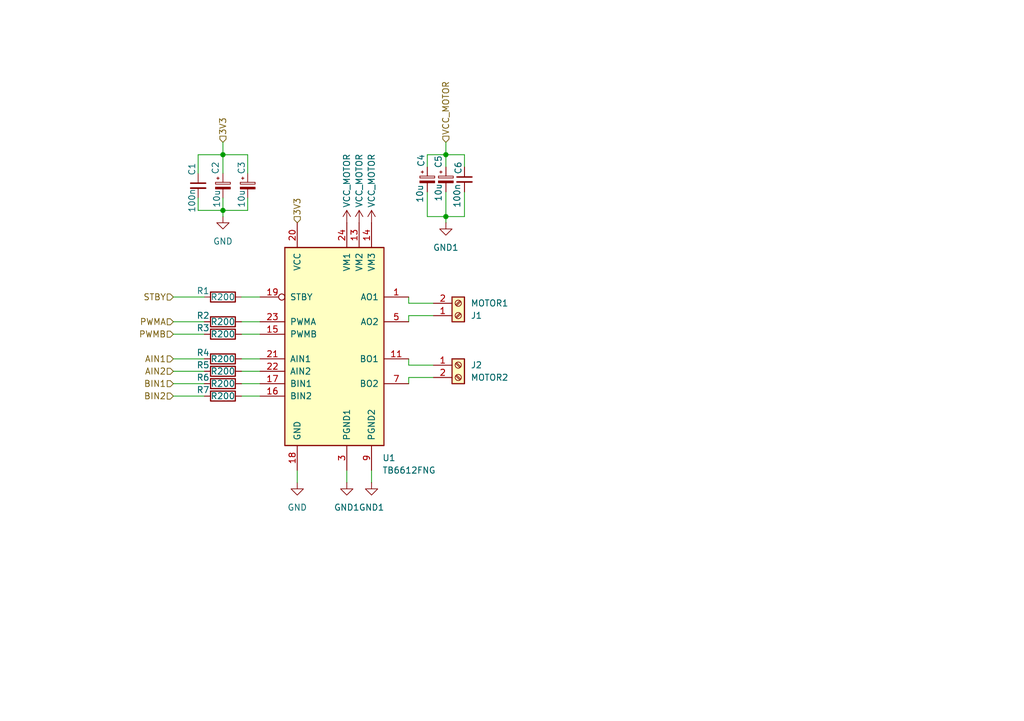
<source format=kicad_sch>
(kicad_sch (version 20231120) (generator "eeschema") (generator_version "8.0")
  (paper "A5")
  (title_block (title "Motor driver board") (date "2024-11-26") (rev "v0.1") (company "Intergalaktik d.o.o."))
  (lib_symbols
    (symbol "Connector:Screw_Terminal_01x02" (pin_names (offset 1.016) hide)
      (property "Reference" "J" (at 0 2.54 0))
      (property "Value" "Screw_Terminal_01x02" (at 0 -5.08 0))
      (symbol "Screw_Terminal_01x02_1_1"
        (rectangle (start -1.27 1.27) (end 1.27 -3.81) (stroke (width 0.254)) (fill (type background)))
        (circle (center 0 -2.54) (radius 0.635) (stroke (width 0.1524)))
        (polyline (pts (xy -0.5334 -2.2098) (xy 0.3302 -3.048)) (stroke (width 0.1524)))
        (polyline (pts (xy -0.5334 0.3302) (xy 0.3302 -0.508)) (stroke (width 0.1524)))
        (polyline (pts (xy -0.3556 -2.032) (xy 0.508 -2.8702)) (stroke (width 0.1524)))
        (polyline (pts (xy -0.3556 0.508) (xy 0.508 -0.3302)) (stroke (width 0.1524)))
        (circle (center 0 0) (radius 0.635) (stroke (width 0.1524)))
        (pin passive line (at -5.08 0 0) (length 3.81) (name "Pin_1") (number "1"))
        (pin passive line (at -5.08 -2.54 0) (length 3.81) (name "Pin_2") (number "2"))
      )
    )
    (symbol "Device:C_Polarized_Small" (pin_numbers hide) (pin_names (offset 0.254) hide)
      (property "Reference" "C" (at 0.254 1.778 0))
      (property "Value" "C_Polarized_Small" (at 0.254 -2.032 0))
      (symbol "C_Polarized_Small_0_1"
        (rectangle (start -1.524 -0.3048) (end 1.524 -0.6858) (fill (type outline)))
        (rectangle (start -1.524 0.6858) (end 1.524 0.3048))
        (polyline (pts (xy -1.27 1.524) (xy -0.762 1.524)))
        (polyline (pts (xy -1.016 1.27) (xy -1.016 1.778)))
      )
      (symbol "C_Polarized_Small_1_1"
        (pin passive line (at 0 2.54 270) (length 1.8542) (name "~") (number "1"))
        (pin passive line (at 0 -2.54 90) (length 1.8542) (name "~") (number "2"))
      )
    )
    (symbol "Device:C_Small" (pin_numbers hide) (pin_names (offset 0.254) hide)
      (property "Reference" "C" (at 0.254 1.778 0))
      (property "Value" "C_Small" (at 0.254 -2.032 0))
      (symbol "C_Small_0_1"
        (polyline (pts (xy -1.524 -0.508) (xy 1.524 -0.508)) (stroke (width 0.3302)))
        (polyline (pts (xy -1.524 0.508) (xy 1.524 0.508)) (stroke (width 0.3048)))
      )
      (symbol "C_Small_1_1"
        (pin passive line (at 0 2.54 270) (length 2.032) (name "~") (number "1"))
        (pin passive line (at 0 -2.54 90) (length 2.032) (name "~") (number "2"))
      )
    )
    (symbol "Device:R" (pin_numbers hide) (pin_names (offset 0))
      (property "Reference" "R" (at 2.032 0 90))
      (property "Value" "R" (at 0 0 90))
      (symbol "R_0_1"
        (rectangle (start -1.016 -2.54) (end 1.016 2.54) (stroke (width 0.254)))
      )
      (symbol "R_1_1"
        (pin passive line (at 0 3.81 270) (length 1.27) (name "~") (number "1"))
        (pin passive line (at 0 -3.81 90) (length 1.27) (name "~") (number "2"))
      )
    )
    (symbol "Driver_Motor:TB6612FNG" (pin_names (offset 1.016))
      (property "Reference" "U" (at 11.43 17.78 0))
      (property "Value" "TB6612FNG" (at 11.43 15.24 0))
      (symbol "TB6612FNG_0_1"
        (rectangle (start -10.16 20.32) (end 10.16 -20.32) (stroke (width 0.254)) (fill (type background)))
      )
      (symbol "TB6612FNG_1_1"
        (pin output line (at 15.24 10.16 180) (length 5.08) (name "AO1") (number "1"))
        (pin passive line (at 7.62 -25.4 90) (length 5.08) hide (name "PGND2") (number "10"))
        (pin output line (at 15.24 -2.54 180) (length 5.08) (name "BO1") (number "11"))
        (pin passive line (at 15.24 -2.54 180) (length 5.08) hide (name "BO1") (number "12"))
        (pin power_in line (at 5.08 25.4 270) (length 5.08) (name "VM2") (number "13"))
        (pin power_in line (at 7.62 25.4 270) (length 5.08) (name "VM3") (number "14"))
        (pin input line (at -15.24 2.54 0) (length 5.08) (name "PWMB") (number "15"))
        (pin input line (at -15.24 -10.16 0) (length 5.08) (name "BIN2") (number "16"))
        (pin input line (at -15.24 -7.62 0) (length 5.08) (name "BIN1") (number "17"))
        (pin power_in line (at -7.62 -25.4 90) (length 5.08) (name "GND") (number "18"))
        (pin input inverted (at -15.24 10.16 0) (length 5.08) (name "STBY") (number "19"))
        (pin passive line (at 15.24 10.16 180) (length 5.08) hide (name "AO1") (number "2"))
        (pin power_in line (at -7.62 25.4 270) (length 5.08) (name "VCC") (number "20"))
        (pin input line (at -15.24 -2.54 0) (length 5.08) (name "AIN1") (number "21"))
        (pin input line (at -15.24 -5.08 0) (length 5.08) (name "AIN2") (number "22"))
        (pin input line (at -15.24 5.08 0) (length 5.08) (name "PWMA") (number "23"))
        (pin power_in line (at 2.54 25.4 270) (length 5.08) (name "VM1") (number "24"))
        (pin power_in line (at 2.54 -25.4 90) (length 5.08) (name "PGND1") (number "3"))
        (pin passive line (at 2.54 -25.4 90) (length 5.08) hide (name "PGND1") (number "4"))
        (pin output line (at 15.24 5.08 180) (length 5.08) (name "AO2") (number "5"))
        (pin passive line (at 15.24 5.08 180) (length 5.08) hide (name "AO2") (number "6"))
        (pin output line (at 15.24 -7.62 180) (length 5.08) (name "BO2") (number "7"))
        (pin passive line (at 15.24 -7.62 180) (length 5.08) hide (name "BO2") (number "8"))
        (pin power_in line (at 7.62 -25.4 90) (length 5.08) (name "PGND2") (number "9"))
      )
    )
    (symbol "power:GND" (power) (pin_numbers hide) (pin_names (offset 0) hide)
      (property "Value" "GND" (at 0 -3.81 0))
      (symbol "GND_0_1"
        (polyline (pts (xy 0 0) (xy 0 -1.27) (xy 1.27 -1.27) (xy 0 -2.54) (xy -1.27 -1.27) (xy 0 -1.27)))
      )
      (symbol "GND_1_1"
        (pin power_in line (at 0 0 270) (length 0) (name "~") (number "1"))
      )
    )
    (symbol "power:GND1" (power) (pin_numbers hide) (pin_names (offset 0) hide)
      (property "Value" "GND1" (at 0 -3.81 0))
      (symbol "GND1_0_1"
        (polyline (pts (xy 0 0) (xy 0 -1.27) (xy 1.27 -1.27) (xy 0 -2.54) (xy -1.27 -1.27) (xy 0 -1.27)))
      )
      (symbol "GND1_1_1"
        (pin power_in line (at 0 0 270) (length 0) (name "~") (number "1"))
      )
    )
    (symbol "power:VCC" (power) (pin_numbers hide) (pin_names (offset 0) hide)
      (property "Value" "VCC" (at 0 3.556 0))
      (symbol "VCC_0_1"
        (polyline (pts (xy -0.762 1.27) (xy 0 2.54)))
        (polyline (pts (xy 0 0) (xy 0 2.54)))
        (polyline (pts (xy 0 2.54) (xy 0.762 1.27)))
      )
      (symbol "VCC_1_1"
        (pin power_in line (at 0 0 90) (length 0) (name "~") (number "1"))
      )
    )
  )
  (junction (at 45.72 43.18))
  (junction (at 91.44 31.75))
  (junction (at 45.72 31.75))
  (junction (at 91.44 44.45))
  (wire (pts (xy 35.56 68.58) (xy 41.91 68.58)))
  (wire (pts (xy 83.82 74.93) (xy 88.9 74.93)))
  (wire (pts (xy 40.64 40.64) (xy 40.64 43.18)))
  (wire (pts (xy 35.56 60.96) (xy 41.91 60.96)))
  (wire (pts (xy 45.72 43.18) (xy 45.72 44.45)))
  (wire (pts (xy 49.53 78.74) (xy 53.34 78.74)))
  (wire (pts (xy 91.44 45.72) (xy 91.44 44.45)))
  (wire (pts (xy 91.44 31.75) (xy 95.25 31.75)))
  (wire (pts (xy 35.56 66.04) (xy 41.91 66.04)))
  (wire (pts (xy 91.44 39.37) (xy 91.44 44.45)))
  (wire (pts (xy 40.64 43.18) (xy 45.72 43.18)))
  (wire (pts (xy 45.72 40.64) (xy 45.72 43.18)))
  (wire (pts (xy 83.82 66.04) (xy 83.82 64.77)))
  (wire (pts (xy 35.56 81.28) (xy 41.91 81.28)))
  (wire (pts (xy 49.53 81.28) (xy 53.34 81.28)))
  (wire (pts (xy 87.63 44.45) (xy 91.44 44.45)))
  (wire (pts (xy 50.8 40.64) (xy 50.8 43.18)))
  (wire (pts (xy 87.63 34.29) (xy 87.63 31.75)))
  (wire (pts (xy 35.56 76.2) (xy 41.91 76.2)))
  (wire (pts (xy 45.72 29.21) (xy 45.72 31.75)))
  (wire (pts (xy 49.53 73.66) (xy 53.34 73.66)))
  (wire (pts (xy 45.72 43.18) (xy 50.8 43.18)))
  (wire (pts (xy 40.64 31.75) (xy 45.72 31.75)))
  (wire (pts (xy 45.72 31.75) (xy 45.72 35.56)))
  (wire (pts (xy 50.8 31.75) (xy 50.8 35.56)))
  (wire (pts (xy 49.53 76.2) (xy 53.34 76.2)))
  (wire (pts (xy 83.82 62.23) (xy 88.9 62.23)))
  (wire (pts (xy 35.56 78.74) (xy 41.91 78.74)))
  (wire (pts (xy 95.25 31.75) (xy 95.25 34.29)))
  (wire (pts (xy 95.25 39.37) (xy 95.25 44.45)))
  (wire (pts (xy 87.63 39.37) (xy 87.63 44.45)))
  (wire (pts (xy 83.82 73.66) (xy 83.82 74.93)))
  (wire (pts (xy 49.53 60.96) (xy 53.34 60.96)))
  (wire (pts (xy 45.72 31.75) (xy 50.8 31.75)))
  (wire (pts (xy 83.82 78.74) (xy 83.82 77.47)))
  (wire (pts (xy 83.82 64.77) (xy 88.9 64.77)))
  (wire (pts (xy 91.44 31.75) (xy 91.44 34.29)))
  (wire (pts (xy 83.82 77.47) (xy 88.9 77.47)))
  (wire (pts (xy 49.53 68.58) (xy 53.34 68.58)))
  (wire (pts (xy 49.53 66.04) (xy 53.34 66.04)))
  (wire (pts (xy 60.96 96.52) (xy 60.96 99.06)))
  (wire (pts (xy 95.25 44.45) (xy 91.44 44.45)))
  (wire (pts (xy 76.2 96.52) (xy 76.2 99.06)))
  (wire (pts (xy 71.12 96.52) (xy 71.12 99.06)))
  (wire (pts (xy 35.56 73.66) (xy 41.91 73.66)))
  (wire (pts (xy 83.82 60.96) (xy 83.82 62.23)))
  (wire (pts (xy 40.64 35.56) (xy 40.64 31.75)))
  (wire (pts (xy 87.63 31.75) (xy 91.44 31.75)))
  (wire (pts (xy 91.44 29.21) (xy 91.44 31.75)))
  (hierarchical_label "PWMB" (shape input) (at 35.56 68.58 180))
  (hierarchical_label "AIN2" (shape input) (at 35.56 76.2 180))
  (hierarchical_label "BIN2" (shape input) (at 35.56 81.28 180))
  (hierarchical_label "BIN1" (shape input) (at 35.56 78.74 180))
  (hierarchical_label "VCC_MOTOR" (shape input) (at 91.44 29.21 90))
  (hierarchical_label "PWMA" (shape input) (at 35.56 66.04 180))
  (hierarchical_label "3V3" (shape input) (at 60.96 45.72 90))
  (hierarchical_label "AIN1" (shape input) (at 35.56 73.66 180))
  (hierarchical_label "3V3" (shape input) (at 45.72 29.21 90))
  (hierarchical_label "STBY" (shape input) (at 35.56 60.96 180))
  (symbol (lib_id "power:GND1") (at 91.44 45.72 0) (unit 1)
    (property "Reference" "#PWR011" (effects (hide yes)))
    (property "Value" "GND1" (at 91.44 50.8 0))
    (property "Description" "Power symbol creates a global label with name \"GND1\" , ground" (effects (hide yes)))
    (instances (project "pwrIO" (path "" (reference "#PWR011") (unit 1)) (path "" (reference "#PWR024") (unit 1))))
  )
  (symbol (lib_id "power:VCC") (at 71.12 45.72 0) (unit 1)
    (property "Reference" "#PWR08" (effects (hide yes)))
    (property "Value" "VCC_MOTOR" (at 71.12 37.084 90))
    (property "Description" "Power symbol creates a global label with name \"VCC\"" (effects (hide yes)))
    (instances (project "pwrIO" (path "" (reference "#PWR08") (unit 1)) (path "" (reference "#PWR016") (unit 1))))
  )
  (symbol (lib_id "Device:C_Small") (at 95.25 36.83 0) (unit 1)
    (property "Reference" "C6" (at 93.98 35.814 90) (effects (justify left)))
    (property "Value" "100n" (at 93.726 42.672 90) (effects (justify left)))
    (property "Footprint" "Capacitor_SMD:C_0402_1005Metric" (effects (hide yes)))
    (property "Description" "Unpolarized capacitor, small symbol" (effects (hide yes)))
    (instances (project "pwrIO" (path "" (reference "C6") (unit 1)) (path "" (reference "C12") (unit 1))))
  )
  (symbol (lib_id "Driver_Motor:TB6612FNG") (at 68.58 71.12 0) (unit 1)
    (property "Reference" "U1" (at 78.3941 93.98 0) (effects (justify left)))
    (property "Value" "TB6612FNG" (at 78.3941 96.52 0) (effects (justify left)))
    (property "Footprint" "Package_SO:SSOP-24_5.3x8.2mm_P0.65mm" (effects (hide yes)))
    (property "Datasheet" "https://toshiba.semicon-storage.com/us/product/linear/motordriver/detail.TB6612FNG.html" (effects (hide yes)))
    (property "Description" "Driver IC for Dual DC motor, SSOP-24" (effects (hide yes)))
    (instances (project "pwrIO" (path "" (reference "U1") (unit 1)) (path "" (reference "U2") (unit 1))))
  )
  (symbol (lib_id "Device:R") (at 45.72 68.58 90) (unit 1)
    (property "Reference" "R3" (at 41.656 67.31 90))
    (property "Value" "R200" (at 45.72 68.58 90))
    (property "Footprint" "Resistor_SMD:R_0402_1005Metric" (effects (hide yes)))
    (property "Description" "Resistor" (effects (hide yes)))
    (instances (project "pwrIO" (path "" (reference "R3") (unit 1)) (path "" (reference "R10") (unit 1))))
  )
  (symbol (lib_id "Device:R") (at 45.72 81.28 90) (unit 1)
    (property "Reference" "R7" (at 41.656 80.01 90))
    (property "Value" "R200" (at 45.72 81.28 90))
    (property "Footprint" "Resistor_SMD:R_0402_1005Metric" (effects (hide yes)))
    (property "Description" "Resistor" (effects (hide yes)))
    (instances (project "pwrIO" (path "" (reference "R7") (unit 1)) (path "" (reference "R14") (unit 1))))
  )
  (symbol (lib_id "power:VCC") (at 73.66 45.72 0) (unit 1)
    (property "Reference" "#PWR02" (effects (hide yes)))
    (property "Value" "VCC_MOTOR" (at 73.66 37.084 90))
    (property "Description" "Power symbol creates a global label with name \"VCC\"" (effects (hide yes)))
    (instances (project "pwrIO" (path "" (reference "#PWR02") (unit 1)) (path "" (reference "#PWR018") (unit 1))))
  )
  (symbol (lib_id "Device:R") (at 45.72 78.74 90) (unit 1)
    (property "Reference" "R6" (at 41.656 77.47 90))
    (property "Value" "R200" (at 45.72 78.74 90))
    (property "Footprint" "Resistor_SMD:R_0402_1005Metric" (effects (hide yes)))
    (property "Description" "Resistor" (effects (hide yes)))
    (instances (project "pwrIO" (path "" (reference "R6") (unit 1)) (path "" (reference "R13") (unit 1))))
  )
  (symbol (lib_id "Connector:Screw_Terminal_01x02") (at 93.98 74.93 0) (unit 1)
    (property "Reference" "J2" (at 96.52 74.9299 0) (effects (justify left)))
    (property "Value" "MOTOR2" (at 96.52 77.4699 0) (effects (justify left)))
    (property "Footprint" "TerminalBlock_Phoenix:TerminalBlock_Phoenix_MPT-0,5-2-2.54_1x02_P2.54mm_Horizontal" (effects (hide yes)))
    (property "Description" "Generic screw terminal, single row, 01x02, script generated (kicad-library-utils/schlib/autogen/connector/)" (effects (hide yes)))
    (instances (project "pwrIO" (path "" (reference "J2") (unit 1)) (path "" (reference "J5") (unit 1))))
  )
  (symbol (lib_id "Device:R") (at 45.72 66.04 90) (unit 1)
    (property "Reference" "R2" (at 41.656 64.77 90))
    (property "Value" "R200" (at 45.72 66.04 90))
    (property "Footprint" "Resistor_SMD:R_0402_1005Metric" (effects (hide yes)))
    (property "Description" "Resistor" (effects (hide yes)))
    (instances (project "pwrIO" (path "" (reference "R2") (unit 1)) (path "" (reference "R9") (unit 1))))
  )
  (symbol (lib_id "power:GND") (at 45.72 44.45 0) (unit 1)
    (property "Reference" "#PWR06" (effects (hide yes)))
    (property "Value" "GND" (at 45.72 49.53 0))
    (property "Description" "Power symbol creates a global label with name \"GND\" , ground" (effects (hide yes)))
    (instances (project "pwrIO" (path "" (reference "#PWR06") (unit 1)) (path "" (reference "#PWR022") (unit 1))))
  )
  (symbol (lib_id "Device:C_Small") (at 40.64 38.1 0) (unit 1)
    (property "Reference" "C1" (at 39.37 36.068 90) (effects (justify left)))
    (property "Value" "100n" (at 39.37 43.688 90) (effects (justify left)))
    (property "Footprint" "Capacitor_SMD:C_0402_1005Metric" (effects (hide yes)))
    (property "Description" "Unpolarized capacitor, small symbol" (effects (hide yes)))
    (instances (project "pwrIO" (path "" (reference "C1") (unit 1)) (path "" (reference "C7") (unit 1))))
  )
  (symbol (lib_id "power:GND1") (at 76.2 99.06 0) (unit 1)
    (property "Reference" "#PWR05" (effects (hide yes)))
    (property "Value" "GND1" (at 76.2 104.14 0))
    (property "Description" "Power symbol creates a global label with name \"GND1\" , ground" (effects (hide yes)))
    (instances (project "pwrIO" (path "" (reference "#PWR05") (unit 1)) (path "" (reference "#PWR020") (unit 1))))
  )
  (symbol (lib_id "power:VCC") (at 76.2 45.72 0) (unit 1)
    (property "Reference" "#PWR09" (effects (hide yes)))
    (property "Value" "VCC_MOTOR" (at 76.2 37.084 90))
    (property "Description" "Power symbol creates a global label with name \"VCC\"" (effects (hide yes)))
    (instances (project "pwrIO" (path "" (reference "#PWR09") (unit 1)) (path "" (reference "#PWR019") (unit 1))))
  )
  (symbol (lib_id "Connector:Screw_Terminal_01x02") (at 93.98 64.77 0) (mirror x) (unit 1)
    (property "Reference" "J1" (at 96.52 64.7701 0) (effects (justify left)))
    (property "Value" "MOTOR1" (at 96.52 62.2301 0) (effects (justify left)))
    (property "Footprint" "TerminalBlock_Phoenix:TerminalBlock_Phoenix_MPT-0,5-2-2.54_1x02_P2.54mm_Horizontal" (effects (hide yes)))
    (property "Description" "Generic screw terminal, single row, 01x02, script generated (kicad-library-utils/schlib/autogen/connector/)" (effects (hide yes)))
    (instances (project "pwrIO" (path "" (reference "J1") (unit 1)) (path "" (reference "J4") (unit 1))))
  )
  (symbol (lib_id "Device:C_Polarized_Small") (at 45.72 38.1 0) (unit 1)
    (property "Reference" "C2" (at 44.196 35.814 90) (effects (justify left)))
    (property "Value" "10u" (at 44.45 42.672 90) (effects (justify left)))
    (property "Footprint" "Capacitor_Tantalum_SMD:CP_EIA-3216-18_Kemet-A" (effects (hide yes)))
    (property "Description" "Polarized capacitor, small symbol" (effects (hide yes)))
    (instances (project "pwrIO" (path "" (reference "C2") (unit 1)) (path "" (reference "C8") (unit 1))))
  )
  (symbol (lib_id "Device:C_Polarized_Small") (at 91.44 36.83 0) (unit 1)
    (property "Reference" "C5" (at 89.916 34.544 90) (effects (justify left)))
    (property "Value" "10u" (at 89.916 41.402 90) (effects (justify left)))
    (property "Footprint" "Capacitor_Tantalum_SMD:CP_EIA-3216-18_Kemet-A" (effects (hide yes)))
    (property "Description" "Polarized capacitor, small symbol" (effects (hide yes)))
    (instances (project "pwrIO" (path "" (reference "C5") (unit 1)) (path "" (reference "C11") (unit 1))))
  )
  (symbol (lib_id "Device:R") (at 45.72 60.96 90) (unit 1)
    (property "Reference" "R1" (at 41.656 59.69 90))
    (property "Value" "R200" (at 45.72 60.96 90))
    (property "Footprint" "Resistor_SMD:R_0402_1005Metric" (effects (hide yes)))
    (property "Description" "Resistor" (effects (hide yes)))
    (instances (project "pwrIO" (path "" (reference "R1") (unit 1)) (path "" (reference "R8") (unit 1))))
  )
  (symbol (lib_id "power:GND1") (at 71.12 99.06 0) (unit 1)
    (property "Reference" "#PWR017" (effects (hide yes)))
    (property "Value" "GND1" (at 71.12 104.14 0))
    (property "Description" "Power symbol creates a global label with name \"GND1\" , ground" (effects (hide yes)))
    (instances (project "" (path "" (reference "#PWR017") (unit 1)) (path "" (reference "#PWR0101") (unit 1))))
  )
  (symbol (lib_id "Device:C_Polarized_Small") (at 50.8 38.1 0) (unit 1)
    (property "Reference" "C3" (at 49.53 35.814 90) (effects (justify left)))
    (property "Value" "10u" (at 49.53 42.672 90) (effects (justify left)))
    (property "Footprint" "Capacitor_Tantalum_SMD:CP_EIA-3216-18_Kemet-A" (effects (hide yes)))
    (property "Description" "Polarized capacitor, small symbol" (effects (hide yes)))
    (instances (project "pwrIO" (path "" (reference "C3") (unit 1)) (path "" (reference "C9") (unit 1))))
  )
  (symbol (lib_id "power:GND") (at 60.96 99.06 0) (unit 1)
    (property "Reference" "#PWR015" (effects (hide yes)))
    (property "Value" "GND" (at 60.96 104.14 0))
    (property "Description" "Power symbol creates a global label with name \"GND\" , ground" (effects (hide yes)))
    (instances (project "" (path "" (reference "#PWR015") (unit 1)) (path "" (reference "#PWR0102") (unit 1))))
  )
  (symbol (lib_id "Device:R") (at 45.72 73.66 90) (unit 1)
    (property "Reference" "R4" (at 41.656 72.39 90))
    (property "Value" "R200" (at 45.72 73.66 90))
    (property "Footprint" "Resistor_SMD:R_0402_1005Metric" (effects (hide yes)))
    (property "Description" "Resistor" (effects (hide yes)))
    (instances (project "pwrIO" (path "" (reference "R4") (unit 1)) (path "" (reference "R11") (unit 1))))
  )
  (symbol (lib_id "Device:R") (at 45.72 76.2 90) (unit 1)
    (property "Reference" "R5" (at 41.656 74.93 90))
    (property "Value" "R200" (at 45.72 76.2 90))
    (property "Footprint" "Resistor_SMD:R_0402_1005Metric" (effects (hide yes)))
    (property "Description" "Resistor" (effects (hide yes)))
    (instances (project "pwrIO" (path "" (reference "R5") (unit 1)) (path "" (reference "R12") (unit 1))))
  )
  (symbol (lib_id "Device:C_Polarized_Small") (at 87.63 36.83 0) (unit 1)
    (property "Reference" "C4" (at 86.36 34.29 90) (effects (justify left)))
    (property "Value" "10u" (at 86.106 41.656 90) (effects (justify left)))
    (property "Footprint" "Capacitor_Tantalum_SMD:CP_EIA-3216-18_Kemet-A" (effects (hide yes)))
    (property "Description" "Polarized capacitor, small symbol" (effects (hide yes)))
    (instances (project "pwrIO" (path "" (reference "C4") (unit 1)) (path "" (reference "C10") (unit 1))))
  )
)
</source>
